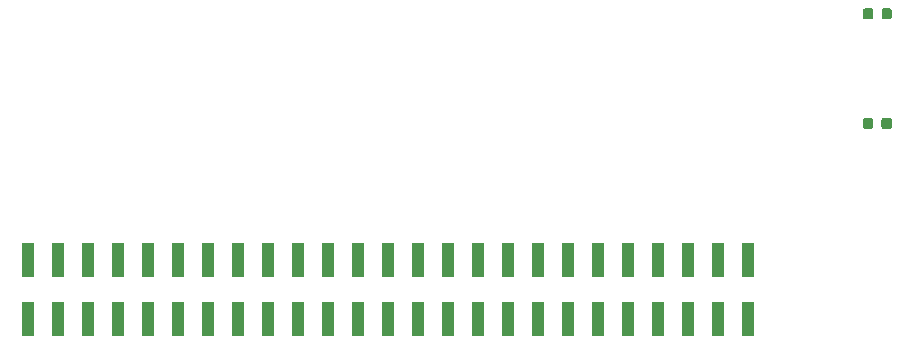
<source format=gbr>
G04 #@! TF.GenerationSoftware,KiCad,Pcbnew,(5.0.1)-3*
G04 #@! TF.CreationDate,2020-04-19T15:50:42-04:00*
G04 #@! TF.ProjectId,frontPanel_100mm,66726F6E7450616E656C5F3130306D6D,rev?*
G04 #@! TF.SameCoordinates,Original*
G04 #@! TF.FileFunction,Paste,Bot*
G04 #@! TF.FilePolarity,Positive*
%FSLAX46Y46*%
G04 Gerber Fmt 4.6, Leading zero omitted, Abs format (unit mm)*
G04 Created by KiCad (PCBNEW (5.0.1)-3) date 4/19/2020 3:50:42 PM*
%MOMM*%
%LPD*%
G01*
G04 APERTURE LIST*
%ADD10R,1.000000X3.000000*%
%ADD11C,0.100000*%
%ADD12C,0.875000*%
G04 APERTURE END LIST*
D10*
G04 #@! TO.C,J1*
X177230000Y-85930000D03*
X177230000Y-90970000D03*
X174690000Y-85930000D03*
X174690000Y-90970000D03*
X172150000Y-85930000D03*
X172150000Y-90970000D03*
X169610000Y-85930000D03*
X169610000Y-90970000D03*
X167070000Y-85930000D03*
X167070000Y-90970000D03*
X164530000Y-85930000D03*
X164530000Y-90970000D03*
X161990000Y-85930000D03*
X161990000Y-90970000D03*
X159450000Y-85930000D03*
X159450000Y-90970000D03*
X156910000Y-85930000D03*
X156910000Y-90970000D03*
X154370000Y-85930000D03*
X154370000Y-90970000D03*
X151830000Y-85930000D03*
X151830000Y-90970000D03*
X149290000Y-85930000D03*
X149290000Y-90970000D03*
X146750000Y-85930000D03*
X146750000Y-90970000D03*
X144210000Y-85930000D03*
X144210000Y-90970000D03*
X141670000Y-85930000D03*
X141670000Y-90970000D03*
X139130000Y-85930000D03*
X139130000Y-90970000D03*
X136590000Y-85930000D03*
X136590000Y-90970000D03*
X134050000Y-85930000D03*
X134050000Y-90970000D03*
X131510000Y-85930000D03*
X131510000Y-90970000D03*
X128970000Y-85930000D03*
X128970000Y-90970000D03*
X126430000Y-85930000D03*
X126430000Y-90970000D03*
X123890000Y-85930000D03*
X123890000Y-90970000D03*
X121350000Y-85930000D03*
X121350000Y-90970000D03*
X118810000Y-85930000D03*
X118810000Y-90970000D03*
X116270000Y-85930000D03*
X116270000Y-90970000D03*
G04 #@! TD*
D11*
G04 #@! TO.C,R1*
G36*
X189241691Y-64656053D02*
X189262926Y-64659203D01*
X189283750Y-64664419D01*
X189303962Y-64671651D01*
X189323368Y-64680830D01*
X189341781Y-64691866D01*
X189359024Y-64704654D01*
X189374930Y-64719070D01*
X189389346Y-64734976D01*
X189402134Y-64752219D01*
X189413170Y-64770632D01*
X189422349Y-64790038D01*
X189429581Y-64810250D01*
X189434797Y-64831074D01*
X189437947Y-64852309D01*
X189439000Y-64873750D01*
X189439000Y-65386250D01*
X189437947Y-65407691D01*
X189434797Y-65428926D01*
X189429581Y-65449750D01*
X189422349Y-65469962D01*
X189413170Y-65489368D01*
X189402134Y-65507781D01*
X189389346Y-65525024D01*
X189374930Y-65540930D01*
X189359024Y-65555346D01*
X189341781Y-65568134D01*
X189323368Y-65579170D01*
X189303962Y-65588349D01*
X189283750Y-65595581D01*
X189262926Y-65600797D01*
X189241691Y-65603947D01*
X189220250Y-65605000D01*
X188782750Y-65605000D01*
X188761309Y-65603947D01*
X188740074Y-65600797D01*
X188719250Y-65595581D01*
X188699038Y-65588349D01*
X188679632Y-65579170D01*
X188661219Y-65568134D01*
X188643976Y-65555346D01*
X188628070Y-65540930D01*
X188613654Y-65525024D01*
X188600866Y-65507781D01*
X188589830Y-65489368D01*
X188580651Y-65469962D01*
X188573419Y-65449750D01*
X188568203Y-65428926D01*
X188565053Y-65407691D01*
X188564000Y-65386250D01*
X188564000Y-64873750D01*
X188565053Y-64852309D01*
X188568203Y-64831074D01*
X188573419Y-64810250D01*
X188580651Y-64790038D01*
X188589830Y-64770632D01*
X188600866Y-64752219D01*
X188613654Y-64734976D01*
X188628070Y-64719070D01*
X188643976Y-64704654D01*
X188661219Y-64691866D01*
X188679632Y-64680830D01*
X188699038Y-64671651D01*
X188719250Y-64664419D01*
X188740074Y-64659203D01*
X188761309Y-64656053D01*
X188782750Y-64655000D01*
X189220250Y-64655000D01*
X189241691Y-64656053D01*
X189241691Y-64656053D01*
G37*
D12*
X189001500Y-65130000D03*
D11*
G36*
X187666691Y-64656053D02*
X187687926Y-64659203D01*
X187708750Y-64664419D01*
X187728962Y-64671651D01*
X187748368Y-64680830D01*
X187766781Y-64691866D01*
X187784024Y-64704654D01*
X187799930Y-64719070D01*
X187814346Y-64734976D01*
X187827134Y-64752219D01*
X187838170Y-64770632D01*
X187847349Y-64790038D01*
X187854581Y-64810250D01*
X187859797Y-64831074D01*
X187862947Y-64852309D01*
X187864000Y-64873750D01*
X187864000Y-65386250D01*
X187862947Y-65407691D01*
X187859797Y-65428926D01*
X187854581Y-65449750D01*
X187847349Y-65469962D01*
X187838170Y-65489368D01*
X187827134Y-65507781D01*
X187814346Y-65525024D01*
X187799930Y-65540930D01*
X187784024Y-65555346D01*
X187766781Y-65568134D01*
X187748368Y-65579170D01*
X187728962Y-65588349D01*
X187708750Y-65595581D01*
X187687926Y-65600797D01*
X187666691Y-65603947D01*
X187645250Y-65605000D01*
X187207750Y-65605000D01*
X187186309Y-65603947D01*
X187165074Y-65600797D01*
X187144250Y-65595581D01*
X187124038Y-65588349D01*
X187104632Y-65579170D01*
X187086219Y-65568134D01*
X187068976Y-65555346D01*
X187053070Y-65540930D01*
X187038654Y-65525024D01*
X187025866Y-65507781D01*
X187014830Y-65489368D01*
X187005651Y-65469962D01*
X186998419Y-65449750D01*
X186993203Y-65428926D01*
X186990053Y-65407691D01*
X186989000Y-65386250D01*
X186989000Y-64873750D01*
X186990053Y-64852309D01*
X186993203Y-64831074D01*
X186998419Y-64810250D01*
X187005651Y-64790038D01*
X187014830Y-64770632D01*
X187025866Y-64752219D01*
X187038654Y-64734976D01*
X187053070Y-64719070D01*
X187068976Y-64704654D01*
X187086219Y-64691866D01*
X187104632Y-64680830D01*
X187124038Y-64671651D01*
X187144250Y-64664419D01*
X187165074Y-64659203D01*
X187186309Y-64656053D01*
X187207750Y-64655000D01*
X187645250Y-64655000D01*
X187666691Y-64656053D01*
X187666691Y-64656053D01*
G37*
D12*
X187426500Y-65130000D03*
G04 #@! TD*
D11*
G04 #@! TO.C,R2*
G36*
X189237691Y-73926053D02*
X189258926Y-73929203D01*
X189279750Y-73934419D01*
X189299962Y-73941651D01*
X189319368Y-73950830D01*
X189337781Y-73961866D01*
X189355024Y-73974654D01*
X189370930Y-73989070D01*
X189385346Y-74004976D01*
X189398134Y-74022219D01*
X189409170Y-74040632D01*
X189418349Y-74060038D01*
X189425581Y-74080250D01*
X189430797Y-74101074D01*
X189433947Y-74122309D01*
X189435000Y-74143750D01*
X189435000Y-74656250D01*
X189433947Y-74677691D01*
X189430797Y-74698926D01*
X189425581Y-74719750D01*
X189418349Y-74739962D01*
X189409170Y-74759368D01*
X189398134Y-74777781D01*
X189385346Y-74795024D01*
X189370930Y-74810930D01*
X189355024Y-74825346D01*
X189337781Y-74838134D01*
X189319368Y-74849170D01*
X189299962Y-74858349D01*
X189279750Y-74865581D01*
X189258926Y-74870797D01*
X189237691Y-74873947D01*
X189216250Y-74875000D01*
X188778750Y-74875000D01*
X188757309Y-74873947D01*
X188736074Y-74870797D01*
X188715250Y-74865581D01*
X188695038Y-74858349D01*
X188675632Y-74849170D01*
X188657219Y-74838134D01*
X188639976Y-74825346D01*
X188624070Y-74810930D01*
X188609654Y-74795024D01*
X188596866Y-74777781D01*
X188585830Y-74759368D01*
X188576651Y-74739962D01*
X188569419Y-74719750D01*
X188564203Y-74698926D01*
X188561053Y-74677691D01*
X188560000Y-74656250D01*
X188560000Y-74143750D01*
X188561053Y-74122309D01*
X188564203Y-74101074D01*
X188569419Y-74080250D01*
X188576651Y-74060038D01*
X188585830Y-74040632D01*
X188596866Y-74022219D01*
X188609654Y-74004976D01*
X188624070Y-73989070D01*
X188639976Y-73974654D01*
X188657219Y-73961866D01*
X188675632Y-73950830D01*
X188695038Y-73941651D01*
X188715250Y-73934419D01*
X188736074Y-73929203D01*
X188757309Y-73926053D01*
X188778750Y-73925000D01*
X189216250Y-73925000D01*
X189237691Y-73926053D01*
X189237691Y-73926053D01*
G37*
D12*
X188997500Y-74400000D03*
D11*
G36*
X187662691Y-73926053D02*
X187683926Y-73929203D01*
X187704750Y-73934419D01*
X187724962Y-73941651D01*
X187744368Y-73950830D01*
X187762781Y-73961866D01*
X187780024Y-73974654D01*
X187795930Y-73989070D01*
X187810346Y-74004976D01*
X187823134Y-74022219D01*
X187834170Y-74040632D01*
X187843349Y-74060038D01*
X187850581Y-74080250D01*
X187855797Y-74101074D01*
X187858947Y-74122309D01*
X187860000Y-74143750D01*
X187860000Y-74656250D01*
X187858947Y-74677691D01*
X187855797Y-74698926D01*
X187850581Y-74719750D01*
X187843349Y-74739962D01*
X187834170Y-74759368D01*
X187823134Y-74777781D01*
X187810346Y-74795024D01*
X187795930Y-74810930D01*
X187780024Y-74825346D01*
X187762781Y-74838134D01*
X187744368Y-74849170D01*
X187724962Y-74858349D01*
X187704750Y-74865581D01*
X187683926Y-74870797D01*
X187662691Y-74873947D01*
X187641250Y-74875000D01*
X187203750Y-74875000D01*
X187182309Y-74873947D01*
X187161074Y-74870797D01*
X187140250Y-74865581D01*
X187120038Y-74858349D01*
X187100632Y-74849170D01*
X187082219Y-74838134D01*
X187064976Y-74825346D01*
X187049070Y-74810930D01*
X187034654Y-74795024D01*
X187021866Y-74777781D01*
X187010830Y-74759368D01*
X187001651Y-74739962D01*
X186994419Y-74719750D01*
X186989203Y-74698926D01*
X186986053Y-74677691D01*
X186985000Y-74656250D01*
X186985000Y-74143750D01*
X186986053Y-74122309D01*
X186989203Y-74101074D01*
X186994419Y-74080250D01*
X187001651Y-74060038D01*
X187010830Y-74040632D01*
X187021866Y-74022219D01*
X187034654Y-74004976D01*
X187049070Y-73989070D01*
X187064976Y-73974654D01*
X187082219Y-73961866D01*
X187100632Y-73950830D01*
X187120038Y-73941651D01*
X187140250Y-73934419D01*
X187161074Y-73929203D01*
X187182309Y-73926053D01*
X187203750Y-73925000D01*
X187641250Y-73925000D01*
X187662691Y-73926053D01*
X187662691Y-73926053D01*
G37*
D12*
X187422500Y-74400000D03*
G04 #@! TD*
M02*

</source>
